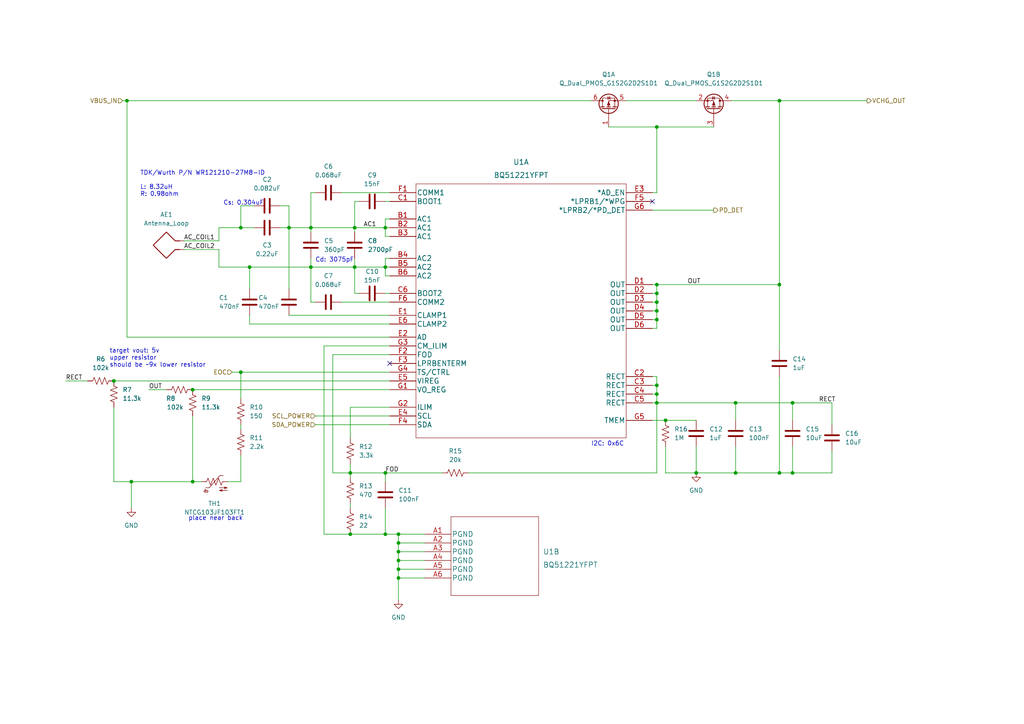
<source format=kicad_sch>
(kicad_sch (version 20211123) (generator eeschema)
  (paper "A4")
  (title_block (title "WPC/PMA Wireless Power Controller") (rev "A") (company "Matthew Mirvish") (comment 1 "MWatch -- a cool smartwatch"))
  (lib_symbols
    (symbol "BQ51221YFPT_1" (pin_names (offset 0.254))
      (property "Reference" "U" (at 38.1 12.7 0))
      (property "Value" "BQ51221YFPT_1" (at 38.1 10.16 0))
      (symbol "BQ51221YFPT_1_1_1"
        (polyline (pts (xy 7.62 -66.04) (xy 68.58 -66.04)) (stroke (width 0.127)))
        (polyline (pts (xy 7.62 7.62) (xy 7.62 -66.04)) (stroke (width 0.127)))
        (polyline (pts (xy 68.58 -66.04) (xy 68.58 7.62)) (stroke (width 0.127)))
        (polyline (pts (xy 68.58 7.62) (xy 7.62 7.62)) (stroke (width 0.127)))
        (pin input line (at 0 -2.54 0) (length 7.62) (name "AC1") (number "B1"))
        (pin input line (at 0 -5.08 0) (length 7.62) (name "AC1") (number "B2"))
        (pin input line (at 0 -7.62 0) (length 7.62) (name "AC1") (number "B3"))
        (pin input line (at 0 -13.97 0) (length 7.62) (name "AC2") (number "B4"))
        (pin input line (at 0 -16.51 0) (length 7.62) (name "AC2") (number "B5"))
        (pin input line (at 0 -19.05 0) (length 7.62) (name "AC2") (number "B6"))
        (pin output line (at 0 2.54 0) (length 7.62) (name "BOOT1") (number "C1"))
        (pin output line (at 76.2 -48.26 180) (length 7.62) (name "RECT") (number "C2"))
        (pin output line (at 76.2 -50.8 180) (length 7.62) (name "RECT") (number "C3"))
        (pin output line (at 76.2 -53.34 180) (length 7.62) (name "RECT") (number "C4"))
        (pin output line (at 76.2 -55.88 180) (length 7.62) (name "RECT") (number "C5"))
        (pin output line (at 0 -24.13 0) (length 7.62) (name "BOOT2") (number "C6"))
        (pin output line (at 76.2 -21.59 180) (length 7.62) (name "OUT") (number "D1"))
        (pin output line (at 76.2 -24.13 180) (length 7.62) (name "OUT") (number "D2"))
        (pin output line (at 76.2 -26.67 180) (length 7.62) (name "OUT") (number "D3"))
        (pin output line (at 76.2 -29.21 180) (length 7.62) (name "OUT") (number "D4"))
        (pin output line (at 76.2 -31.75 180) (length 7.62) (name "OUT") (number "D5"))
        (pin output line (at 76.2 -34.29 180) (length 7.62) (name "OUT") (number "D6"))
        (pin output line (at 0 -30.48 0) (length 7.62) (name "CLAMP1") (number "E1"))
        (pin input line (at 0 -36.83 0) (length 7.62) (name "AD") (number "E2"))
        (pin output line (at 76.2 5.08 180) (length 7.62) (name "*AD_EN") (number "E3"))
        (pin input line (at 0 -59.69 0) (length 7.62) (name "SCL") (number "E4"))
        (pin input line (at 0 -49.53 0) (length 7.62) (name "VIREG") (number "E5"))
        (pin output line (at 0 -33.02 0) (length 7.62) (name "CLAMP2") (number "E6"))
        (pin output line (at 0 5.08 0) (length 7.62) (name "COMM1") (number "F1"))
        (pin input line (at 0 -41.91 0) (length 7.62) (name "FOD") (number "F2"))
        (pin input line (at 0 -44.45 0) (length 7.62) (name "LPRBENTERM") (number "F3"))
        (pin bidirectional line (at 0 -62.23 0) (length 7.62) (name "SDA") (number "F4"))
        (pin output line (at 76.2 2.54 180) (length 7.62) (name "*LPRB1/*WPG") (number "F5"))
        (pin output line (at 0 -26.67 0) (length 7.62) (name "COMM2") (number "F6"))
        (pin input line (at 0 -52.07 0) (length 7.62) (name "VO_REG") (number "G1"))
        (pin bidirectional line (at 0 -57.15 0) (length 7.62) (name "ILIM") (number "G2"))
        (pin input line (at 0 -39.37 0) (length 7.62) (name "CM_ILIM") (number "G3"))
        (pin input line (at 0 -46.99 0) (length 7.62) (name "TS/CTRL") (number "G4"))
        (pin output line (at 76.2 -60.96 180) (length 7.62) (name "TMEM") (number "G5"))
        (pin output line (at 76.2 0 180) (length 7.62) (name "*LPRB2/*PD_DET") (number "G6"))
      )
      (symbol "BQ51221YFPT_1_2_1"
        (polyline (pts (xy 7.62 -17.78) (xy 33.02 -17.78)) (stroke (width 0.127)))
        (polyline (pts (xy 7.62 5.08) (xy 7.62 -17.78)) (stroke (width 0.127)))
        (polyline (pts (xy 33.02 -17.78) (xy 33.02 5.08)) (stroke (width 0.127)))
        (polyline (pts (xy 33.02 5.08) (xy 7.62 5.08)) (stroke (width 0.127)))
        (pin power_in line (at 0 0 0) (length 7.62) (name "PGND") (number "A1"))
        (pin power_in line (at 0 -2.54 0) (length 7.62) (name "PGND") (number "A2"))
        (pin power_in line (at 0 -5.08 0) (length 7.62) (name "PGND") (number "A3"))
        (pin power_in line (at 0 -7.62 0) (length 7.62) (name "PGND") (number "A4"))
        (pin power_in line (at 0 -10.16 0) (length 7.62) (name "PGND") (number "A5"))
        (pin power_in line (at 0 -12.7 0) (length 7.62) (name "PGND") (number "A6"))
      )
    )
    (symbol "Device:Antenna_Loop" (pin_numbers hide) (pin_names (offset 1.016) hide)
      (property "Reference" "AE" (at 1.27 6.35 0))
      (property "Value" "Antenna_Loop" (at 1.27 5.08 0))
      (symbol "Antenna_Loop_0_1"
        (polyline (pts (xy 2.54 -3.81) (xy 2.54 -2.54) (xy 5.08 0) (xy 1.27 3.81) (xy -2.54 0) (xy 0 -2.54) (xy 0 -3.81)) (stroke (width 0.254)))
      )
      (symbol "Antenna_Loop_1_1"
        (pin input line (at 0 -5.08 90) (length 2.54) (name "~") (number "1"))
        (pin input line (at 2.54 -5.08 90) (length 2.54) (name "~") (number "2"))
      )
    )
    (symbol "Device:C" (pin_numbers hide) (pin_names (offset 0.254))
      (property "Reference" "C" (at 0.635 2.54 0))
      (property "Value" "C" (at 0.635 -2.54 0))
      (symbol "C_0_1"
        (polyline (pts (xy -2.032 -0.762) (xy 2.032 -0.762)) (stroke (width 0.508)))
        (polyline (pts (xy -2.032 0.762) (xy 2.032 0.762)) (stroke (width 0.508)))
      )
      (symbol "C_1_1"
        (pin passive line (at 0 3.81 270) (length 2.794) (name "~") (number "1"))
        (pin passive line (at 0 -3.81 90) (length 2.794) (name "~") (number "2"))
      )
    )
    (symbol "Device:Q_Dual_PMOS_G1S2G2D2S1D1" (pin_names (offset 0) hide)
      (property "Reference" "Q" (at 6.35 1.27 0))
      (property "Value" "Q_Dual_PMOS_G1S2G2D2S1D1" (at 19.05 -1.27 0))
      (symbol "Q_Dual_PMOS_G1S2G2D2S1D1_0_1"
        (polyline (pts (xy 0.254 0) (xy -2.54 0)))
        (polyline (pts (xy 0.254 1.905) (xy 0.254 -1.905)) (stroke (width 0.254)))
        (polyline (pts (xy 0.762 -1.27) (xy 0.762 -2.286)) (stroke (width 0.254)))
        (polyline (pts (xy 0.762 0.508) (xy 0.762 -0.508)) (stroke (width 0.254)))
        (polyline (pts (xy 0.762 2.286) (xy 0.762 1.27)) (stroke (width 0.254)))
        (polyline (pts (xy 2.54 2.54) (xy 2.54 1.778)))
        (polyline (pts (xy 2.54 -2.54) (xy 2.54 0) (xy 0.762 0)))
        (polyline (pts (xy 0.762 1.778) (xy 3.302 1.778) (xy 3.302 -1.778) (xy 0.762 -1.778)))
        (polyline (pts (xy 2.286 0) (xy 1.27 0.381) (xy 1.27 -0.381) (xy 2.286 0)) (fill (type outline)))
        (polyline (pts (xy 2.794 -0.508) (xy 2.921 -0.381) (xy 3.683 -0.381) (xy 3.81 -0.254)))
        (polyline (pts (xy 3.302 -0.381) (xy 2.921 0.254) (xy 3.683 0.254) (xy 3.302 -0.381)))
        (circle (center 1.651 0) (radius 2.794) (stroke (width 0.254)))
        (circle (center 2.54 -1.778) (radius 0.254) (fill (type outline)))
        (circle (center 2.54 1.778) (radius 0.254) (fill (type outline)))
      )
      (symbol "Q_Dual_PMOS_G1S2G2D2S1D1_1_1"
        (pin input line (at -5.08 0 0) (length 2.54) (name "G") (number "1"))
        (pin passive line (at 2.54 -5.08 90) (length 2.54) (name "S") (number "5"))
        (pin passive line (at 2.54 5.08 270) (length 2.54) (name "D") (number "6"))
      )
      (symbol "Q_Dual_PMOS_G1S2G2D2S1D1_2_1"
        (pin passive line (at 2.54 -5.08 90) (length 2.54) (name "S") (number "2"))
        (pin input line (at -5.08 0 0) (length 2.54) (name "G") (number "3"))
        (pin passive line (at 2.54 5.08 270) (length 2.54) (name "D") (number "4"))
      )
    )
    (symbol "Device:R_US" (pin_numbers hide) (pin_names (offset 0))
      (property "Reference" "R" (at 2.54 0 90))
      (property "Value" "R_US" (at -2.54 0 90))
      (symbol "R_US_0_1"
        (polyline (pts (xy 0 -2.286) (xy 0 -2.54)))
        (polyline (pts (xy 0 2.286) (xy 0 2.54)))
        (polyline (pts (xy 0 -0.762) (xy 1.016 -1.143) (xy 0 -1.524) (xy -1.016 -1.905) (xy 0 -2.286)))
        (polyline (pts (xy 0 0.762) (xy 1.016 0.381) (xy 0 0) (xy -1.016 -0.381) (xy 0 -0.762)))
        (polyline (pts (xy 0 2.286) (xy 1.016 1.905) (xy 0 1.524) (xy -1.016 1.143) (xy 0 0.762)))
      )
      (symbol "R_US_1_1"
        (pin passive line (at 0 3.81 270) (length 1.27) (name "~") (number "1"))
        (pin passive line (at 0 -3.81 90) (length 1.27) (name "~") (number "2"))
      )
    )
    (symbol "Device:Thermistor_NTC_US" (pin_numbers hide) (pin_names (offset 0))
      (property "Reference" "TH" (at -4.445 0 90))
      (property "Value" "Thermistor_NTC_US" (at 3.175 0 90))
      (symbol "Thermistor_NTC_US_0_1"
        (arc (start -3.048 2.159) (mid -3.0495 2.3143) (end -3.175 2.413))
        (arc (start -3.048 2.159) (mid -2.9736 1.9794) (end -2.794 1.905))
        (arc (start -3.048 2.794) (mid -2.9736 2.6144) (end -2.794 2.54))
        (arc (start -2.794 1.905) (mid -2.6144 1.9794) (end -2.54 2.159))
        (arc (start -2.794 2.54) (mid -2.4393 2.5587) (end -2.159 2.794))
        (arc (start -2.794 3.048) (mid -2.9736 2.9736) (end -3.048 2.794))
        (arc (start -2.54 2.794) (mid -2.6144 2.9736) (end -2.794 3.048))
        (polyline (pts (xy -2.54 2.159) (xy -2.54 2.794)))
        (polyline (pts (xy 0 -2.286) (xy 0 -2.54)))
        (polyline (pts (xy 0 2.286) (xy 0 2.54)))
        (polyline (pts (xy -1.778 2.54) (xy -1.778 1.524) (xy 1.778 -1.524) (xy 1.778 -2.54)))
        (polyline (pts (xy 0 -0.762) (xy 1.016 -1.143) (xy 0 -1.524) (xy -1.016 -1.905) (xy 0 -2.286)))
        (polyline (pts (xy 0 0.762) (xy 1.016 0.381) (xy 0 0) (xy -1.016 -0.381) (xy 0 -0.762)))
        (polyline (pts (xy 0 2.286) (xy 1.016 1.905) (xy 0 1.524) (xy -1.016 1.143) (xy 0 0.762)))
        (polyline (pts (xy -2.54 -3.683) (xy -2.54 -1.397) (xy -2.794 -2.159) (xy -2.286 -2.159) (xy -2.54 -1.397) (xy -2.54 -1.651)) (fill (type outline)))
        (polyline (pts (xy -1.778 -1.397) (xy -1.778 -3.683) (xy -2.032 -2.921) (xy -1.524 -2.921) (xy -1.778 -3.683) (xy -1.778 -3.429)) (fill (type outline)))
      )
      (symbol "Thermistor_NTC_US_1_1"
        (pin passive line (at 0 3.81 270) (length 1.27) (name "~") (number "1"))
        (pin passive line (at 0 -3.81 90) (length 1.27) (name "~") (number "2"))
      )
    )
    (symbol "bq51020:BQ51221YFPT" (pin_names (offset 0.254))
      (property "Reference" "U" (at 38.1 12.7 0))
      (property "Value" "BQ51221YFPT" (at 38.1 10.16 0))
      (symbol "BQ51221YFPT_1_1"
        (polyline (pts (xy 7.62 -66.04) (xy 68.58 -66.04)) (stroke (width 0.127)))
        (polyline (pts (xy 7.62 7.62) (xy 7.62 -66.04)) (stroke (width 0.127)))
        (polyline (pts (xy 68.58 -66.04) (xy 68.58 7.62)) (stroke (width 0.127)))
        (polyline (pts (xy 68.58 7.62) (xy 7.62 7.62)) (stroke (width 0.127)))
        (pin input line (at 0 0 0) (length 7.62) (name "AC1") (number "B1"))
        (pin input line (at 0 -2.54 0) (length 7.62) (name "AC1") (number "B2"))
        (pin input line (at 0 -5.08 0) (length 7.62) (name "AC1") (number "B3"))
        (pin input line (at 0 -7.62 0) (length 7.62) (name "AC2") (number "B4"))
        (pin input line (at 0 -10.16 0) (length 7.62) (name "AC2") (number "B5"))
        (pin input line (at 0 -12.7 0) (length 7.62) (name "AC2") (number "B6"))
        (pin output line (at 76.2 -7.62 180) (length 7.62) (name "BOOT1") (number "C1"))
        (pin output line (at 76.2 -48.26 180) (length 7.62) (name "RECT") (number "C2"))
        (pin output line (at 76.2 -50.8 180) (length 7.62) (name "RECT") (number "C3"))
        (pin output line (at 76.2 -53.34 180) (length 7.62) (name "RECT") (number "C4"))
        (pin output line (at 76.2 -55.88 180) (length 7.62) (name "RECT") (number "C5"))
        (pin output line (at 76.2 -10.16 180) (length 7.62) (name "BOOT2") (number "C6"))
        (pin output line (at 76.2 -30.48 180) (length 7.62) (name "OUT") (number "D1"))
        (pin output line (at 76.2 -33.02 180) (length 7.62) (name "OUT") (number "D2"))
        (pin output line (at 76.2 -35.56 180) (length 7.62) (name "OUT") (number "D3"))
        (pin output line (at 76.2 -38.1 180) (length 7.62) (name "OUT") (number "D4"))
        (pin output line (at 76.2 -40.64 180) (length 7.62) (name "OUT") (number "D5"))
        (pin output line (at 76.2 -43.18 180) (length 7.62) (name "OUT") (number "D6"))
        (pin output line (at 76.2 -15.24 180) (length 7.62) (name "CLAMP1") (number "E1"))
        (pin input line (at 0 -17.78 0) (length 7.62) (name "AD") (number "E2"))
        (pin output line (at 76.2 2.54 180) (length 7.62) (name "*AD_EN") (number "E3"))
        (pin input line (at 0 -27.94 0) (length 7.62) (name "SCL") (number "E4"))
        (pin input line (at 0 -33.02 0) (length 7.62) (name "VIREG") (number "E5"))
        (pin output line (at 76.2 -17.78 180) (length 7.62) (name "CLAMP2") (number "E6"))
        (pin output line (at 76.2 -22.86 180) (length 7.62) (name "COMM1") (number "F1"))
        (pin input line (at 0 -22.86 0) (length 7.62) (name "FOD") (number "F2"))
        (pin input line (at 0 -25.4 0) (length 7.62) (name "LPRBENTERM") (number "F3"))
        (pin bidirectional line (at 0 -43.18 0) (length 7.62) (name "SDA") (number "F4"))
        (pin output line (at 76.2 0 180) (length 7.62) (name "*LPRB1/*WPG") (number "F5"))
        (pin output line (at 76.2 -25.4 180) (length 7.62) (name "COMM2") (number "F6"))
        (pin input line (at 0 -35.56 0) (length 7.62) (name "VO_REG") (number "G1"))
        (pin bidirectional line (at 0 -40.64 0) (length 7.62) (name "ILIM") (number "G2"))
        (pin input line (at 0 -20.32 0) (length 7.62) (name "CM_ILIM") (number "G3"))
        (pin input line (at 0 -30.48 0) (length 7.62) (name "TS/CTRL") (number "G4"))
        (pin output line (at 76.2 -60.96 180) (length 7.62) (name "TMEM") (number "G5"))
        (pin output line (at 76.2 -2.54 180) (length 7.62) (name "*LPRB2/*PD_DET") (number "G6"))
      )
      (symbol "BQ51221YFPT_2_1"
        (polyline (pts (xy 7.62 -17.78) (xy 33.02 -17.78)) (stroke (width 0.127)))
        (polyline (pts (xy 7.62 5.08) (xy 7.62 -17.78)) (stroke (width 0.127)))
        (polyline (pts (xy 33.02 -17.78) (xy 33.02 5.08)) (stroke (width 0.127)))
        (polyline (pts (xy 33.02 5.08) (xy 7.62 5.08)) (stroke (width 0.127)))
        (pin power_in line (at 0 0 0) (length 7.62) (name "PGND") (number "A1"))
        (pin power_in line (at 0 -2.54 0) (length 7.62) (name "PGND") (number "A2"))
        (pin power_in line (at 0 -5.08 0) (length 7.62) (name "PGND") (number "A3"))
        (pin power_in line (at 0 -7.62 0) (length 7.62) (name "PGND") (number "A4"))
        (pin power_in line (at 0 -10.16 0) (length 7.62) (name "PGND") (number "A5"))
        (pin power_in line (at 0 -12.7 0) (length 7.62) (name "PGND") (number "A6"))
      )
    )
    (symbol "power:GND" (power) (pin_names (offset 0))
      (property "Value" "GND" (at 0 -3.81 0))
      (symbol "GND_0_1"
        (polyline (pts (xy 0 0) (xy 0 -1.27) (xy 1.27 -1.27) (xy 0 -2.54) (xy -1.27 -1.27) (xy 0 -1.27)))
      )
      (symbol "GND_1_1"
        (pin power_in line (at 0 0 270) (length 0) hide (name "GND") (number "1"))
      )
    )
  )
  (junction (at 226.06 137.16))
  (junction (at 111.76 154.94))
  (junction (at 229.87 116.84))
  (junction (at 101.6 137.16))
  (junction (at 226.06 29.21))
  (junction (at 213.36 116.84))
  (junction (at 190.5 114.3))
  (junction (at 115.57 165.1))
  (junction (at 226.06 82.55))
  (junction (at 190.5 87.63))
  (junction (at 190.5 90.17))
  (junction (at 190.5 85.09))
  (junction (at 111.76 66.04))
  (junction (at 36.83 29.21))
  (junction (at 111.76 77.47))
  (junction (at 72.39 77.47))
  (junction (at 55.88 113.03))
  (junction (at 190.5 111.76))
  (junction (at 213.36 137.16))
  (junction (at 115.57 160.02))
  (junction (at 115.57 154.94))
  (junction (at 201.93 137.16))
  (junction (at 83.82 66.04))
  (junction (at 33.02 110.49))
  (junction (at 229.87 137.16))
  (junction (at 102.87 66.04))
  (junction (at 55.88 139.7))
  (junction (at 190.5 36.83))
  (junction (at 69.85 66.04))
  (junction (at 115.57 167.64))
  (junction (at 190.5 82.55))
  (junction (at 193.04 121.92))
  (junction (at 115.57 157.48))
  (junction (at 115.57 162.56))
  (junction (at 111.76 137.16))
  (junction (at 69.85 107.95))
  (junction (at 38.1 139.7))
  (junction (at 190.5 116.84))
  (junction (at 90.17 66.04))
  (junction (at 101.6 154.94))
  (junction (at 102.87 77.47))
  (junction (at 90.17 77.47))
  (junction (at 190.5 92.71))
  (no_connect (at 113.03 105.41))
  (no_connect (at 189.23 58.42))
  (wire (pts (xy 104.14 58.42) (xy 102.87 58.42)))
  (wire (pts (xy 55.88 113.03) (xy 113.03 113.03)))
  (wire (pts (xy 193.04 121.92) (xy 201.93 121.92)))
  (wire (pts (xy 93.98 100.33) (xy 113.03 100.33)))
  (wire (pts (xy 213.36 129.54) (xy 213.36 137.16)))
  (wire (pts (xy 229.87 129.54) (xy 229.87 137.16)))
  (wire (pts (xy 123.19 162.56) (xy 115.57 162.56)))
  (wire (pts (xy 190.5 137.16) (xy 190.5 116.84)))
  (wire (pts (xy 226.06 137.16) (xy 226.06 109.22)))
  (wire (pts (xy 101.6 127) (xy 101.6 118.11)))
  (wire (pts (xy 69.85 123.19) (xy 69.85 124.46)))
  (wire (pts (xy 104.14 85.09) (xy 102.87 85.09)))
  (wire (pts (xy 115.57 154.94) (xy 123.19 154.94)))
  (wire (pts (xy 193.04 137.16) (xy 201.93 137.16)))
  (wire (pts (xy 38.1 139.7) (xy 55.88 139.7)))
  (wire (pts (xy 91.44 55.88) (xy 90.17 55.88)))
  (wire (pts (xy 189.23 82.55) (xy 190.5 82.55)))
  (wire (pts (xy 90.17 55.88) (xy 90.17 66.04)))
  (wire (pts (xy 176.53 36.83) (xy 190.5 36.83)))
  (wire (pts (xy 63.5 77.47) (xy 72.39 77.47)))
  (wire (pts (xy 91.44 123.19) (xy 113.03 123.19)))
  (wire (pts (xy 83.82 59.69) (xy 83.82 66.04)))
  (wire (pts (xy 241.3 116.84) (xy 241.3 123.19)))
  (wire (pts (xy 115.57 167.64) (xy 115.57 173.99)))
  (wire (pts (xy 189.23 114.3) (xy 190.5 114.3)))
  (wire (pts (xy 190.5 87.63) (xy 190.5 85.09)))
  (wire (pts (xy 90.17 87.63) (xy 90.17 77.47)))
  (wire (pts (xy 101.6 137.16) (xy 101.6 138.43)))
  (wire (pts (xy 102.87 74.93) (xy 102.87 77.47)))
  (wire (pts (xy 226.06 82.55) (xy 226.06 101.6)))
  (wire (pts (xy 69.85 139.7) (xy 69.85 132.08)))
  (wire (pts (xy 101.6 137.16) (xy 111.76 137.16)))
  (wire (pts (xy 193.04 137.16) (xy 193.04 129.54)))
  (wire (pts (xy 67.31 107.95) (xy 69.85 107.95)))
  (wire (pts (xy 189.23 92.71) (xy 190.5 92.71)))
  (wire (pts (xy 90.17 74.93) (xy 90.17 77.47)))
  (wire (pts (xy 229.87 116.84) (xy 241.3 116.84)))
  (wire (pts (xy 111.76 68.58) (xy 113.03 68.58)))
  (wire (pts (xy 83.82 66.04) (xy 83.82 83.82)))
  (wire (pts (xy 93.98 154.94) (xy 93.98 100.33)))
  (wire (pts (xy 113.03 97.79) (xy 36.83 97.79)))
  (wire (pts (xy 36.83 97.79) (xy 36.83 29.21)))
  (wire (pts (xy 190.5 82.55) (xy 226.06 82.55)))
  (wire (pts (xy 55.88 139.7) (xy 58.42 139.7)))
  (wire (pts (xy 66.04 139.7) (xy 69.85 139.7)))
  (wire (pts (xy 91.44 120.65) (xy 113.03 120.65)))
  (wire (pts (xy 72.39 93.98) (xy 72.39 91.44)))
  (wire (pts (xy 63.5 66.04) (xy 69.85 66.04)))
  (wire (pts (xy 111.76 58.42) (xy 113.03 58.42)))
  (wire (pts (xy 102.87 66.04) (xy 111.76 66.04)))
  (wire (pts (xy 72.39 77.47) (xy 90.17 77.47)))
  (wire (pts (xy 190.5 92.71) (xy 190.5 90.17)))
  (wire (pts (xy 115.57 167.64) (xy 115.57 165.1)))
  (wire (pts (xy 111.76 74.93) (xy 111.76 77.47)))
  (wire (pts (xy 63.5 69.85) (xy 63.5 66.04)))
  (wire (pts (xy 102.87 85.09) (xy 102.87 77.47)))
  (wire (pts (xy 111.76 74.93) (xy 113.03 74.93)))
  (wire (pts (xy 190.5 36.83) (xy 190.5 55.88)))
  (wire (pts (xy 226.06 137.16) (xy 229.87 137.16)))
  (wire (pts (xy 96.52 137.16) (xy 96.52 102.87)))
  (wire (pts (xy 181.61 29.21) (xy 201.93 29.21)))
  (wire (pts (xy 189.23 87.63) (xy 190.5 87.63)))
  (wire (pts (xy 190.5 116.84) (xy 190.5 114.3)))
  (wire (pts (xy 93.98 154.94) (xy 101.6 154.94)))
  (wire (pts (xy 189.23 121.92) (xy 193.04 121.92)))
  (wire (pts (xy 115.57 165.1) (xy 123.19 165.1)))
  (wire (pts (xy 115.57 160.02) (xy 123.19 160.02)))
  (wire (pts (xy 189.23 90.17) (xy 190.5 90.17)))
  (wire (pts (xy 101.6 118.11) (xy 113.03 118.11)))
  (wire (pts (xy 115.57 157.48) (xy 115.57 160.02)))
  (wire (pts (xy 72.39 93.98) (xy 113.03 93.98)))
  (wire (pts (xy 201.93 129.54) (xy 201.93 137.16)))
  (wire (pts (xy 111.76 85.09) (xy 113.03 85.09)))
  (wire (pts (xy 101.6 146.05) (xy 101.6 147.32)))
  (wire (pts (xy 73.66 59.69) (xy 69.85 59.69)))
  (wire (pts (xy 36.83 29.21) (xy 171.45 29.21)))
  (wire (pts (xy 111.76 80.01) (xy 113.03 80.01)))
  (wire (pts (xy 102.87 77.47) (xy 111.76 77.47)))
  (wire (pts (xy 90.17 66.04) (xy 90.17 67.31)))
  (wire (pts (xy 189.23 95.25) (xy 190.5 95.25)))
  (wire (pts (xy 69.85 107.95) (xy 113.03 107.95)))
  (wire (pts (xy 69.85 59.69) (xy 69.85 66.04)))
  (wire (pts (xy 201.93 137.16) (xy 213.36 137.16)))
  (wire (pts (xy 99.06 55.88) (xy 113.03 55.88)))
  (wire (pts (xy 207.01 60.96) (xy 189.23 60.96)))
  (wire (pts (xy 102.87 58.42) (xy 102.87 66.04)))
  (wire (pts (xy 111.76 147.32) (xy 111.76 154.94)))
  (wire (pts (xy 229.87 116.84) (xy 213.36 116.84)))
  (wire (pts (xy 190.5 109.22) (xy 190.5 111.76)))
  (wire (pts (xy 19.05 110.49) (xy 25.4 110.49)))
  (wire (pts (xy 111.76 63.5) (xy 113.03 63.5)))
  (wire (pts (xy 53.34 72.39) (xy 63.5 72.39)))
  (wire (pts (xy 101.6 154.94) (xy 111.76 154.94)))
  (wire (pts (xy 55.88 120.65) (xy 55.88 139.7)))
  (wire (pts (xy 190.5 90.17) (xy 190.5 87.63)))
  (wire (pts (xy 229.87 137.16) (xy 241.3 137.16)))
  (wire (pts (xy 111.76 137.16) (xy 111.76 139.7)))
  (wire (pts (xy 190.5 85.09) (xy 190.5 82.55)))
  (wire (pts (xy 111.76 66.04) (xy 113.03 66.04)))
  (wire (pts (xy 123.19 167.64) (xy 115.57 167.64)))
  (wire (pts (xy 72.39 77.47) (xy 72.39 83.82)))
  (wire (pts (xy 111.76 77.47) (xy 111.76 80.01)))
  (wire (pts (xy 81.28 66.04) (xy 83.82 66.04)))
  (wire (pts (xy 190.5 95.25) (xy 190.5 92.71)))
  (wire (pts (xy 111.76 66.04) (xy 111.76 68.58)))
  (wire (pts (xy 111.76 154.94) (xy 115.57 154.94)))
  (wire (pts (xy 190.5 55.88) (xy 189.23 55.88)))
  (wire (pts (xy 38.1 147.32) (xy 38.1 139.7)))
  (wire (pts (xy 53.34 69.85) (xy 63.5 69.85)))
  (wire (pts (xy 101.6 134.62) (xy 101.6 137.16)))
  (wire (pts (xy 189.23 116.84) (xy 190.5 116.84)))
  (wire (pts (xy 90.17 87.63) (xy 91.44 87.63)))
  (wire (pts (xy 101.6 137.16) (xy 96.52 137.16)))
  (wire (pts (xy 115.57 162.56) (xy 115.57 165.1)))
  (wire (pts (xy 229.87 121.92) (xy 229.87 116.84)))
  (wire (pts (xy 190.5 111.76) (xy 190.5 114.3)))
  (wire (pts (xy 190.5 36.83) (xy 207.01 36.83)))
  (wire (pts (xy 115.57 162.56) (xy 115.57 160.02)))
  (wire (pts (xy 43.18 113.03) (xy 48.26 113.03)))
  (wire (pts (xy 123.19 157.48) (xy 115.57 157.48)))
  (wire (pts (xy 81.28 59.69) (xy 83.82 59.69)))
  (wire (pts (xy 83.82 66.04) (xy 90.17 66.04)))
  (wire (pts (xy 90.17 66.04) (xy 102.87 66.04)))
  (wire (pts (xy 33.02 139.7) (xy 33.02 118.11)))
  (wire (pts (xy 111.76 137.16) (xy 128.27 137.16)))
  (wire (pts (xy 111.76 77.47) (xy 113.03 77.47)))
  (wire (pts (xy 69.85 107.95) (xy 69.85 115.57)))
  (wire (pts (xy 83.82 91.44) (xy 113.03 91.44)))
  (wire (pts (xy 33.02 110.49) (xy 113.03 110.49)))
  (wire (pts (xy 226.06 29.21) (xy 226.06 82.55)))
  (wire (pts (xy 241.3 130.81) (xy 241.3 137.16)))
  (wire (pts (xy 135.89 137.16) (xy 190.5 137.16)))
  (wire (pts (xy 90.17 77.47) (xy 102.87 77.47)))
  (wire (pts (xy 189.23 109.22) (xy 190.5 109.22)))
  (wire (pts (xy 96.52 102.87) (xy 113.03 102.87)))
  (wire (pts (xy 190.5 116.84) (xy 213.36 116.84)))
  (wire (pts (xy 226.06 29.21) (xy 251.46 29.21)))
  (wire (pts (xy 213.36 116.84) (xy 213.36 121.92)))
  (wire (pts (xy 189.23 111.76) (xy 190.5 111.76)))
  (wire (pts (xy 63.5 72.39) (xy 63.5 77.47)))
  (wire (pts (xy 102.87 66.04) (xy 102.87 67.31)))
  (wire (pts (xy 38.1 139.7) (xy 33.02 139.7)))
  (wire (pts (xy 212.09 29.21) (xy 226.06 29.21)))
  (wire (pts (xy 111.76 63.5) (xy 111.76 66.04)))
  (wire (pts (xy 115.57 157.48) (xy 115.57 154.94)))
  (wire (pts (xy 99.06 87.63) (xy 113.03 87.63)))
  (wire (pts (xy 36.83 29.21) (xy 35.56 29.21)))
  (wire (pts (xy 189.23 85.09) (xy 190.5 85.09)))
  (wire (pts (xy 213.36 137.16) (xy 226.06 137.16)))
  (wire (pts (xy 69.85 66.04) (xy 73.66 66.04)))
  (text "TDK/Wurth P/N WR121210-27M8-ID\n\nL: 8.32uH\nR: 0.98ohm" (at 40.64 57.15 0) (effects (font (size 1.27 1.27)) (justify left bottom)))
  (text "place near back" (at 54.61 151.13 0) (effects (font (size 1.27 1.27)) (justify left bottom)))
  (text "Cs: 0.304uF" (at 64.77 59.69 0) (effects (font (size 1.27 1.27)) (justify left bottom)))
  (text "target vout: 5v\nupper resistor \nshould be ~9x lower resistor" (at 31.75 106.68 0) (effects (font (size 1.27 1.27)) (justify left bottom)))
  (text "I2C: 0x6C" (at 171.45 129.54 0) (effects (font (size 1.27 1.27)) (justify left bottom)))
  (text "Cd: 3075pF" (at 91.44 76.2 0) (effects (font (size 1.27 1.27)) (justify left bottom)))
  (label "AC1" (at 105.41 66.04 0))
  (label "RECT" (at 19.05 110.49 0))
  (label "AC_COIL2" (at 53.34 72.39 0))
  (label "OUT" (at 199.39 82.55 0))
  (label "FOD" (at 111.76 137.16 0))
  (label "OUT" (at 43.18 113.03 0))
  (label "RECT" (at 237.49 116.84 0))
  (label "AC_COIL1" (at 53.34 69.85 0))
  (hierarchical_label "VCHG_OUT" (shape output) (at 251.46 29.21 0))
  (hierarchical_label "EOC" (shape input) (at 67.31 107.95 180))
  (hierarchical_label "PD_DET" (shape output) (at 207.01 60.96 0))
  (hierarchical_label "VBUS_IN" (shape input) (at 35.56 29.21 180))
  (hierarchical_label "SCL_POWER" (shape input) (at 91.44 120.65 180))
  (hierarchical_label "SDA_POWER" (shape input) (at 91.44 123.19 180))
  (symbol (lib_id "Device:R_US") (at 132.08 137.16 90) (unit 1)
    (property "Reference" "R15" (at 132.08 130.81 90))
    (property "Value" "20k" (at 132.08 133.35 90))
    (property "Footprint" "Resistor_SMD:R_0201_0603Metric" (effects hide))
    (property "Description" "RES SMD 20KOHM 1% 1/20W 0201" (effects hide))
  )
  (symbol (lib_id "Device:C") (at 95.25 55.88 270) (unit 1)
    (property "Reference" "C6" (at 95.25 48.26 90))
    (property "Value" "0.068uF" (at 95.25 50.8 90))
    (property "Footprint" "Capacitor_SMD:C_0402_1005Metric" (effects hide))
    (property "Description" "CAP CERM 0.068uF +/- 10% 25V X7R 0402" (effects hide))
  )
  (symbol (lib_id "Device:R_US") (at 101.6 142.24 0) (unit 1)
    (property "Reference" "R13" (at 104.14 140.9699 0) (effects (justify left)))
    (property "Value" "470" (at 104.14 143.5099 0) (effects (justify left)))
    (property "Footprint" "Resistor_SMD:R_0201_0603Metric" (effects hide))
    (property "Description" "RES SMD 470OHM 1% 1/20W 0201" (effects hide))
  )
  (symbol (lib_id "Device:R_US") (at 29.21 110.49 90) (unit 1)
    (property "Reference" "R6" (at 29.21 104.14 90))
    (property "Value" "102k" (at 29.21 106.68 90))
    (property "Footprint" "Resistor_SMD:R_0201_0603Metric" (effects hide))
    (property "Description" "RES SMD 102KOHM 1% 1/20W 0201" (effects hide))
  )
  (symbol (lib_id "Device:Q_Dual_PMOS_G1S2G2D2S1D1") (at 207.01 31.75 270) (mirror x) (unit 2)
    (property "Reference" "Q1" (at 207.01 21.59 90))
    (property "Value" "Q_Dual_PMOS_G1S2G2D2S1D1" (at 207.01 24.13 90))
    (property "Footprint" "Package_TO_SOT_SMD:SOT-23-6" (effects hide))
    (property "Description" "MOSFET 2P-CH 20V 2A SOT-26" (effects hide))
    (property "MPN" "DMP2240UDM" (effects hide))
  )
  (symbol (lib_id "Device:R_US") (at 193.04 125.73 0) (unit 1)
    (property "Reference" "R16" (at 195.58 124.4599 0) (effects (justify left)))
    (property "Value" "1M" (at 195.58 126.9999 0) (effects (justify left)))
    (property "Footprint" "Resistor_SMD:R_0201_0603Metric" (effects hide))
    (property "Description" "RES SMD 1M0OHM 1% 1/20W 0201" (effects hide))
  )
  (symbol (lib_id "Device:C") (at 77.47 59.69 90) (unit 1)
    (property "Reference" "C2" (at 77.47 52.07 90))
    (property "Value" "0.082uF" (at 77.47 54.61 90))
    (property "Footprint" "Capacitor_SMD:C_0402_1005Metric" (effects hide))
    (property "Description" "CAP CERM 0.082uF +/- 10% 50V C0G/NP0 0402" (effects hide))
  )
  (symbol (lib_id "Device:C") (at 107.95 85.09 270) (unit 1)
    (property "Reference" "C10" (at 107.95 78.74 90))
    (property "Value" "15nF" (at 107.95 81.28 90))
    (property "Footprint" "Capacitor_SMD:C_0402_1005Metric" (effects hide))
    (property "Description" "CAP CERM 15nF +/- 10% 25V X7R 0402" (effects hide))
  )
  (symbol (lib_id "Device:C") (at 241.3 127 0) (unit 1)
    (property "Reference" "C16" (at 245.11 125.7299 0) (effects (justify left)))
    (property "Value" "10uF" (at 245.11 128.2699 0) (effects (justify left)))
    (property "Footprint" "Capacitor_SMD:C_0603_1608Metric" (effects hide))
    (property "Description" "CAP CERM 10uF +/10% 25V X5R 0603" (effects hide))
  )
  (symbol (lib_id "Device:R_US") (at 33.02 114.3 180) (unit 1)
    (property "Reference" "R7" (at 35.56 113.0299 0) (effects (justify right)))
    (property "Value" "11.3k" (at 35.56 115.5699 0) (effects (justify right)))
    (property "Footprint" "Resistor_SMD:R_0201_0603Metric" (effects hide))
    (property "Description" "RES SMD 11.3KOHM 1% 1/20W 0201" (effects hide))
  )
  (symbol (lib_id "power:GND") (at 201.93 137.16 0) (unit 1)
    (property "Reference" "#PWR011" (effects hide))
    (property "Value" "GND" (at 201.93 142.24 0))
  )
  (symbol (lib_id "Device:C") (at 226.06 105.41 0) (unit 1)
    (property "Reference" "C14" (at 229.87 104.1399 0) (effects (justify left)))
    (property "Value" "1uF" (at 229.87 106.6799 0) (effects (justify left)))
    (property "Footprint" "Capacitor_SMD:C_0201_0603Metric" (effects hide))
    (property "Description" "CAP CERM 1uF +/10% 25V X5R 0201" (effects hide))
  )
  (symbol (lib_id "Device:R_US") (at 52.07 113.03 90) (unit 1)
    (property "Reference" "R8" (at 49.53 115.57 90))
    (property "Value" "102k" (at 50.8 118.11 90))
    (property "Footprint" "Resistor_SMD:R_0201_0603Metric" (effects hide))
    (property "Description" "RES SMD 102KOHM 1% 1/20W 0201" (effects hide))
  )
  (symbol (lib_id "Device:C") (at 111.76 143.51 0) (unit 1)
    (property "Reference" "C11" (at 115.57 142.2399 0) (effects (justify left)))
    (property "Value" "100nF" (at 115.57 144.7799 0) (effects (justify left)))
    (property "Footprint" "Capacitor_SMD:C_0201_0603Metric" (effects hide))
    (property "Description" "CAP CERM 100nF +/10% 25V X5R 0201" (effects hide))
  )
  (symbol (lib_id "Device:C") (at 83.82 87.63 180) (unit 1)
    (property "Reference" "C4" (at 74.93 86.36 0) (effects (justify right)))
    (property "Value" "470nF" (at 74.93 88.9 0) (effects (justify right)))
    (property "Footprint" "Capacitor_SMD:C_0402_1005Metric" (effects hide))
    (property "Description" "CAP CERM 470nF +/- 10% 50V X5R 0402" (effects hide))
  )
  (symbol (lib_id "Device:R_US") (at 55.88 116.84 180) (unit 1)
    (property "Reference" "R9" (at 58.42 115.5699 0) (effects (justify right)))
    (property "Value" "11.3k" (at 58.42 118.1099 0) (effects (justify right)))
    (property "Footprint" "Resistor_SMD:R_0201_0603Metric" (effects hide))
    (property "Description" "RES SMD 11.3KOHM 1% 1/20W 0201" (effects hide))
  )
  (symbol (lib_id "Device:C") (at 77.47 66.04 90) (unit 1)
    (property "Reference" "C3" (at 77.47 71.12 90))
    (property "Value" "0.22uF" (at 77.47 73.66 90))
    (property "Footprint" "Capacitor_SMD:C_0402_1005Metric" (effects hide))
    (property "Description" "CAP CERM 0.22uF +/- 10% 50V C0G/NP0 0402" (effects hide))
  )
  (symbol (lib_id "Device:R_US") (at 101.6 151.13 0) (unit 1)
    (property "Reference" "R14" (at 104.14 149.8599 0) (effects (justify left)))
    (property "Value" "22" (at 104.14 152.3999 0) (effects (justify left)))
    (property "Footprint" "Resistor_SMD:R_0201_0603Metric" (effects hide))
    (property "Description" "RES SMD 22OHM 1% 1/20W 0201" (effects hide))
  )
  (symbol (lib_id "bq51020:BQ51221YFPT") (at 123.19 154.94 0) (unit 2)
    (property "Reference" "U1" (at 157.48 160.02 0) (effects (font (size 1.524 1.524)) (justify left)))
    (property "Value" "BQ51221YFPT" (at 157.48 163.83 0) (effects (font (size 1.524 1.524)) (justify left)))
    (property "Footprint" "bq51020:BQ51221YFPT" (effects hide))
    (property "Description" "IC WIRELESS PWR RCVR 42DSBGA" (effects hide))
    (property "MPN" "BQ51221YFPT" (effects hide))
  )
  (symbol (lib_id "Device:Antenna_Loop") (at 48.26 72.39 90) (unit 1)
    (property "Reference" "AE1" (at 48.26 62.23 90))
    (property "Value" "Antenna_Loop" (at 48.26 64.77 90))
    (property "Footprint" "TerminalBlock_TE-Connectivity:TerminalBlock_TE_282834-2_1x02_P2.54mm_Horizontal" (effects hide))
    (property "Description" "TERM BLK 2P SIDE ENT 2.54MM" (effects hide))
  )
  (symbol (lib_id "Device:C") (at 107.95 58.42 270) (unit 1)
    (property "Reference" "C9" (at 107.95 50.8 90))
    (property "Value" "15nF" (at 107.95 53.34 90))
    (property "Footprint" "Capacitor_SMD:C_0402_1005Metric" (effects hide))
    (property "Description" "CAP CERM 15nF +/- 10% 25V X7R 0402" (effects hide))
  )
  (symbol (lib_id "Device:R_US") (at 69.85 128.27 0) (unit 1)
    (property "Reference" "R11" (at 72.39 126.9999 0) (effects (justify left)))
    (property "Value" "2.2k" (at 72.39 129.5399 0) (effects (justify left)))
    (property "Footprint" "Resistor_SMD:R_0201_0603Metric" (effects hide))
    (property "Description" "RES SMD 2.2KOHM 1% 1/20W 0201" (effects hide))
  )
  (symbol (lib_id "power:GND") (at 38.1 147.32 0) (unit 1)
    (property "Reference" "#PWR09" (effects hide))
    (property "Value" "GND" (at 38.1 152.4 0))
  )
  (symbol (lib_name "BQ51221YFPT_1") (lib_id "bq51020:BQ51221YFPT") (at 113.03 60.96 0) (unit 1)
    (property "Reference" "U1" (at 151.13 46.99 0) (effects (font (size 1.524 1.524))))
    (property "Value" "BQ51221YFPT" (at 151.13 50.8 0) (effects (font (size 1.524 1.524))))
    (property "Footprint" "bq51020:BQ51221YFPT" (effects hide))
    (property "Description" "IC WIRELESS PWR RCVR 42DSBGA" (effects hide))
    (property "MPN" "BQ51221YFPT" (effects hide))
  )
  (symbol (lib_id "Device:C") (at 201.93 125.73 0) (unit 1)
    (property "Reference" "C12" (at 205.74 124.4599 0) (effects (justify left)))
    (property "Value" "1uF" (at 205.74 126.9999 0) (effects (justify left)))
    (property "Footprint" "Capacitor_SMD:C_0201_0603Metric" (effects hide))
    (property "Description" "CAP CERM 1uF +/10% 25V X5R 0201" (effects hide))
  )
  (symbol (lib_id "Device:C") (at 229.87 125.73 0) (unit 1)
    (property "Reference" "C15" (at 233.68 124.4599 0) (effects (justify left)))
    (property "Value" "10uF" (at 233.68 126.9999 0) (effects (justify left)))
    (property "Footprint" "Capacitor_SMD:C_0603_1608Metric" (effects hide))
    (property "Description" "CAP CERM 10uF +/10% 25V X5R 0603" (effects hide))
  )
  (symbol (lib_id "power:GND") (at 115.57 173.99 0) (unit 1)
    (property "Reference" "#PWR010" (effects hide))
    (property "Value" "GND" (at 115.57 179.07 0))
  )
  (symbol (lib_id "Device:Thermistor_NTC_US") (at 62.23 139.7 90) (unit 1)
    (property "Reference" "TH1" (at 62.23 146.05 90))
    (property "Value" "NTCG103JF103FT1" (at 62.23 148.59 90))
    (property "Footprint" "Resistor_SMD:R_0402_1005Metric" (effects hide))
    (property "Description" "THERMISTOR NTC 10KOHM 3380K 0402" (effects hide))
    (property "MPN" "NTCG103JF103FT1" (effects hide))
  )
  (symbol (lib_id "Device:R_US") (at 69.85 119.38 0) (unit 1)
    (property "Reference" "R10" (at 72.39 118.1099 0) (effects (justify left)))
    (property "Value" "150" (at 72.39 120.6499 0) (effects (justify left)))
    (property "Footprint" "Resistor_SMD:R_0201_0603Metric" (effects hide))
    (property "Description" "RES SMD 150OHM 1% 1/20W 0201" (effects hide))
  )
  (symbol (lib_id "Device:Q_Dual_PMOS_G1S2G2D2S1D1") (at 176.53 31.75 90) (unit 1)
    (property "Reference" "Q1" (at 176.53 21.59 90))
    (property "Value" "Q_Dual_PMOS_G1S2G2D2S1D1" (at 176.53 24.13 90))
    (property "Footprint" "Package_TO_SOT_SMD:SOT-23-6" (effects hide))
    (property "Description" "MOSFET 2P-CH 20V 2A SOT-26" (effects hide))
    (property "MPN" "DMP2240UDM" (effects hide))
  )
  (symbol (lib_id "Device:C") (at 102.87 71.12 180) (unit 1)
    (property "Reference" "C8" (at 106.68 69.8499 0) (effects (justify right)))
    (property "Value" "2700pF" (at 106.68 72.3899 0) (effects (justify right)))
    (property "Footprint" "Capacitor_SMD:C_0402_1005Metric" (effects hide))
    (property "Description" "CAP CERM 2700pF +/- 10% 50V X7R 0402" (effects hide))
  )
  (symbol (lib_id "Device:C") (at 95.25 87.63 270) (unit 1)
    (property "Reference" "C7" (at 95.25 80.01 90))
    (property "Value" "0.068uF" (at 95.25 82.55 90))
    (property "Footprint" "Capacitor_SMD:C_0402_1005Metric" (effects hide))
    (property "Description" "CAP CERM 0.068uF +/- 10% 25V X7R 0402" (effects hide))
  )
  (symbol (lib_id "Device:C") (at 213.36 125.73 0) (unit 1)
    (property "Reference" "C13" (at 217.17 124.4599 0) (effects (justify left)))
    (property "Value" "100nF" (at 217.17 126.9999 0) (effects (justify left)))
    (property "Footprint" "Capacitor_SMD:C_0201_0603Metric" (effects hide))
    (property "Description" "CAP CERM 100nF +/10% 25V X5R 0201" (effects hide))
  )
  (symbol (lib_id "Device:R_US") (at 101.6 130.81 0) (unit 1)
    (property "Reference" "R12" (at 104.14 129.5399 0) (effects (justify left)))
    (property "Value" "3.3k" (at 104.14 132.0799 0) (effects (justify left)))
    (property "Footprint" "Resistor_SMD:R_0201_0603Metric" (effects hide))
    (property "Description" "RES SMD 3.3KOHM 1% 1/20W 0201" (effects hide))
  )
  (symbol (lib_id "Device:C") (at 90.17 71.12 180) (unit 1)
    (property "Reference" "C5" (at 93.98 69.8499 0) (effects (justify right)))
    (property "Value" "360pF" (at 93.98 72.3899 0) (effects (justify right)))
    (property "Footprint" "Capacitor_SMD:C_0402_1005Metric" (effects hide))
    (property "Description" "CAP CERM 360pF +/- 5% 50V C0G/NP0 0402" (effects hide))
  )
  (symbol (lib_id "Device:C") (at 72.39 87.63 180) (unit 1)
    (property "Reference" "C1" (at 63.5 86.36 0) (effects (justify right)))
    (property "Value" "470nF" (at 63.5 88.9 0) (effects (justify right)))
    (property "Footprint" "Capacitor_SMD:C_0402_1005Metric" (effects hide))
    (property "Description" "CAP CERM 470nF +/- 10% 50V X5R 0402" (effects hide))
  )
)
</source>
